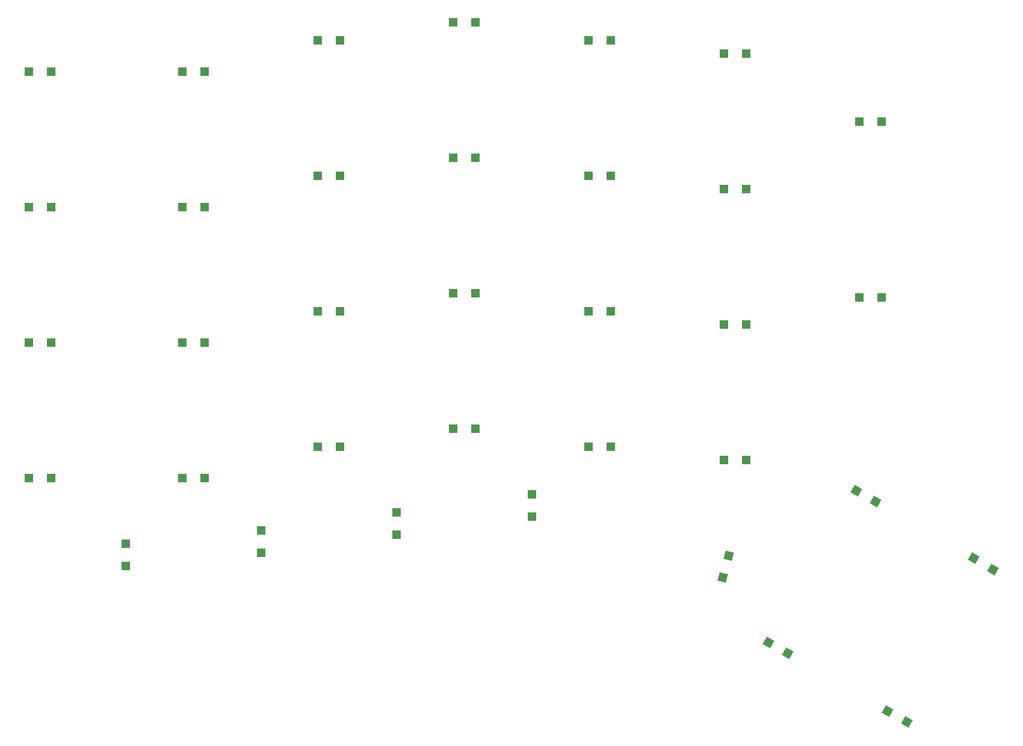
<source format=gtp>
G04 #@! TF.GenerationSoftware,KiCad,Pcbnew,7.0.8*
G04 #@! TF.CreationDate,2023-11-23T13:30:25+08:00*
G04 #@! TF.ProjectId,redox_rev1_hs,7265646f-785f-4726-9576-315f68732e6b,1.0*
G04 #@! TF.SameCoordinates,Original*
G04 #@! TF.FileFunction,Paste,Top*
G04 #@! TF.FilePolarity,Positive*
%FSLAX46Y46*%
G04 Gerber Fmt 4.6, Leading zero omitted, Abs format (unit mm)*
G04 Created by KiCad (PCBNEW 7.0.8) date 2023-11-23 13:30:25*
%MOMM*%
%LPD*%
G01*
G04 APERTURE LIST*
G04 Aperture macros list*
%AMRotRect*
0 Rectangle, with rotation*
0 The origin of the aperture is its center*
0 $1 length*
0 $2 width*
0 $3 Rotation angle, in degrees counterclockwise*
0 Add horizontal line*
21,1,$1,$2,0,0,$3*%
G04 Aperture macros list end*
%ADD10R,1.200000X1.200000*%
%ADD11RotRect,1.200000X1.200000X150.000000*%
%ADD12RotRect,1.200000X1.200000X255.000000*%
G04 APERTURE END LIST*
D10*
X89865000Y-74930000D03*
X93015000Y-74930000D03*
X111455000Y-74930000D03*
X114605000Y-74930000D03*
X130505000Y-70485000D03*
X133655000Y-70485000D03*
X149555000Y-67945000D03*
X152705000Y-67945000D03*
X168605000Y-70485000D03*
X171755000Y-70485000D03*
X187655000Y-72390000D03*
X190805000Y-72390000D03*
X206705000Y-81915000D03*
X209855000Y-81915000D03*
X89865000Y-93980000D03*
X93015000Y-93980000D03*
X111455000Y-93980000D03*
X114605000Y-93980000D03*
X130505000Y-89535000D03*
X133655000Y-89535000D03*
X149555000Y-86995000D03*
X152705000Y-86995000D03*
X168605000Y-89535000D03*
X171755000Y-89535000D03*
X187655000Y-91440000D03*
X190805000Y-91440000D03*
X206705000Y-106680000D03*
X209855000Y-106680000D03*
X89865000Y-113030000D03*
X93015000Y-113030000D03*
X111455000Y-113030000D03*
X114605000Y-113030000D03*
X130505000Y-108585000D03*
X133655000Y-108585000D03*
X149555000Y-106045000D03*
X152705000Y-106045000D03*
X168605000Y-108585000D03*
X171755000Y-108585000D03*
X187655000Y-110490000D03*
X190805000Y-110490000D03*
D11*
X206281010Y-133832500D03*
X209008990Y-135407500D03*
D10*
X89865000Y-132080000D03*
X93015000Y-132080000D03*
X111455000Y-132080000D03*
X114605000Y-132080000D03*
X130505000Y-127635000D03*
X133655000Y-127635000D03*
X149555000Y-125095000D03*
X152705000Y-125095000D03*
X168605000Y-127635000D03*
X171755000Y-127635000D03*
X187655000Y-129540000D03*
X190805000Y-129540000D03*
D11*
X222791010Y-143357500D03*
X225518990Y-144932500D03*
D10*
X103505000Y-144450000D03*
X103505000Y-141300000D03*
X122555000Y-142545000D03*
X122555000Y-139395000D03*
X141605000Y-140005000D03*
X141605000Y-136855000D03*
X160655000Y-137465000D03*
X160655000Y-134315000D03*
D12*
X187552360Y-146047333D03*
X188367640Y-143004667D03*
D11*
X193962010Y-155168500D03*
X196689990Y-156743500D03*
X210726010Y-164820500D03*
X213453990Y-166395500D03*
M02*

</source>
